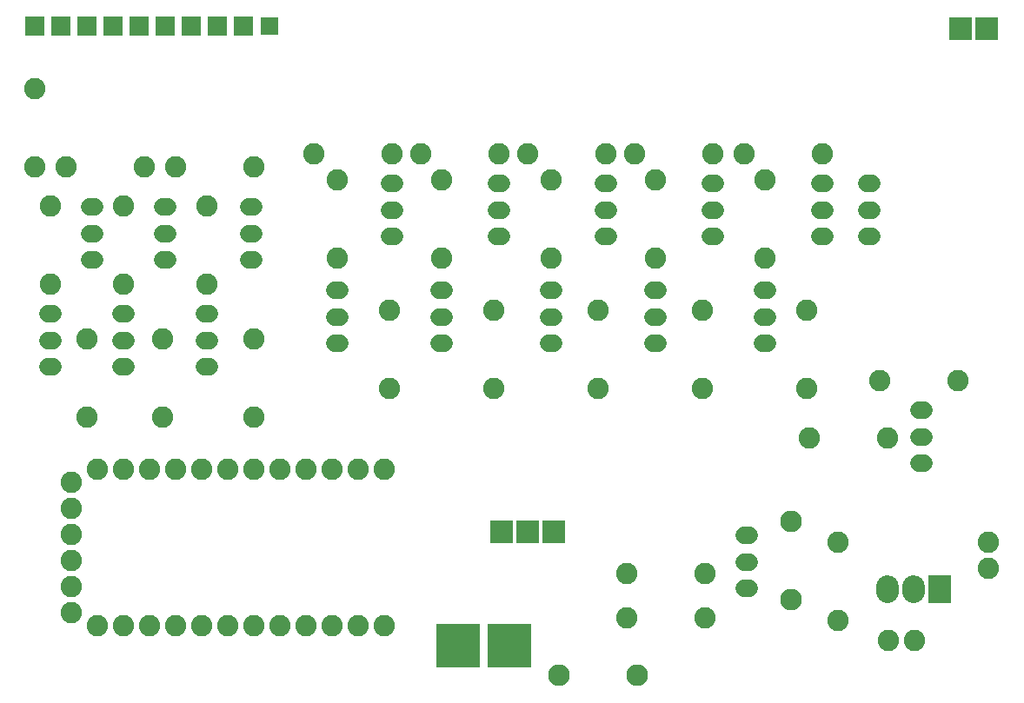
<source format=gbs>
G04 ---------------------------- Layer name :BOTTOM SOLDER LAYER*
G04 easyEDA 0.1*
G04 Scale: 100 percent, Rotated: No, Reflected: No *
G04 Dimensions in inches *
G04 leading zeros omitted , absolute positions ,2 integer and 4 * 
%FSLAX24Y24*%
%MOIN*%
G90*
G70D02*

%ADD11C,0.086740*%
%ADD12C,0.068000*%
%ADD13R,0.165480X0.165480*%
%ADD14C,0.083000*%
%ADD16R,0.086740X0.086740*%
%ADD17R,0.086740X0.106425*%
%ADD18C,0.082000*%
%ADD20R,0.073350X0.073350*%
%ADD21R,0.070000X0.070000*%
%ADD22C,0.082020*%

%LPD*%
G54D11*
G01X33600Y32101D02*
G01X33600Y32298D01*
G01X34600Y32101D02*
G01X34600Y32298D01*
G54D12*
G01X20600Y43669D02*
G01X20800Y43669D01*
G01X20600Y41630D02*
G01X20800Y41630D01*
G01X20600Y42650D02*
G01X20800Y42650D01*
G01X22900Y45730D02*
G01X22700Y45730D01*
G01X22900Y47769D02*
G01X22700Y47769D01*
G01X22900Y46750D02*
G01X22700Y46750D01*
G01X32800Y47769D02*
G01X33000Y47769D01*
G01X32800Y45730D02*
G01X33000Y45730D01*
G01X32800Y46750D02*
G01X33000Y46750D01*
G01X34800Y39069D02*
G01X35000Y39069D01*
G01X34800Y37030D02*
G01X35000Y37030D01*
G01X34800Y38050D02*
G01X35000Y38050D01*
G01X16400Y43669D02*
G01X16600Y43669D01*
G01X16400Y41630D02*
G01X16600Y41630D01*
G01X16400Y42650D02*
G01X16600Y42650D01*
G01X18800Y45730D02*
G01X18600Y45730D01*
G01X18800Y47769D02*
G01X18600Y47769D01*
G01X18800Y46750D02*
G01X18600Y46750D01*
G01X12400Y43669D02*
G01X12600Y43669D01*
G01X12400Y41630D02*
G01X12600Y41630D01*
G01X12400Y42650D02*
G01X12600Y42650D01*
G01X14700Y45730D02*
G01X14500Y45730D01*
G01X14700Y47769D02*
G01X14500Y47769D01*
G01X14700Y46750D02*
G01X14500Y46750D01*
G01X7400Y42769D02*
G01X7600Y42769D01*
G01X7400Y40730D02*
G01X7600Y40730D01*
G01X7400Y41750D02*
G01X7600Y41750D01*
G01X9300Y44830D02*
G01X9100Y44830D01*
G01X9300Y46869D02*
G01X9100Y46869D01*
G01X9300Y45850D02*
G01X9100Y45850D01*
G01X4200Y42769D02*
G01X4400Y42769D01*
G01X4200Y40730D02*
G01X4400Y40730D01*
G01X4200Y41750D02*
G01X4400Y41750D01*
G01X6000Y44830D02*
G01X5800Y44830D01*
G01X6000Y46869D02*
G01X5800Y46869D01*
G01X6000Y45850D02*
G01X5800Y45850D01*
G01X1400Y42769D02*
G01X1600Y42769D01*
G01X1400Y40730D02*
G01X1600Y40730D01*
G01X1400Y41750D02*
G01X1600Y41750D01*
G01X3200Y44830D02*
G01X3000Y44830D01*
G01X3200Y46869D02*
G01X3000Y46869D01*
G01X3200Y45850D02*
G01X3000Y45850D01*
G01X28800Y43669D02*
G01X29000Y43669D01*
G01X28800Y41630D02*
G01X29000Y41630D01*
G01X28800Y42650D02*
G01X29000Y42650D01*
G01X31200Y45730D02*
G01X31000Y45730D01*
G01X31200Y47769D02*
G01X31000Y47769D01*
G01X31200Y46750D02*
G01X31000Y46750D01*
G01X24600Y43669D02*
G01X24800Y43669D01*
G01X24600Y41630D02*
G01X24800Y41630D01*
G01X24600Y42650D02*
G01X24800Y42650D01*
G01X27000Y45730D02*
G01X26800Y45730D01*
G01X27000Y47769D02*
G01X26800Y47769D01*
G01X27000Y46750D02*
G01X26800Y46750D01*
G01X28100Y34269D02*
G01X28300Y34269D01*
G01X28100Y32230D02*
G01X28300Y32230D01*
G01X28100Y33250D02*
G01X28300Y33250D01*
G54D13*
G01X19092Y30040D03*
G01X17119Y30040D03*
G54D14*
G01X21000Y28900D03*
G01X24000Y28900D03*
G54D16*
G01X18800Y34400D03*
G01X19800Y34400D03*
G01X20800Y34400D03*
G54D17*
G01X35600Y32200D03*
G54D18*
G01X22500Y39900D03*
G01X22500Y42900D03*
G01X20700Y44900D03*
G01X20700Y47900D03*
G01X19800Y48900D03*
G01X22800Y48900D03*
G01X36300Y40200D03*
G01X33300Y40200D03*
G01X30600Y38000D03*
G01X33600Y38000D03*
G54D20*
G01X900Y53800D03*
G01X1900Y53800D03*
G01X2900Y53800D03*
G01X3900Y53800D03*
G01X4900Y53800D03*
G01X5900Y53800D03*
G01X6900Y53800D03*
G01X7900Y53800D03*
G01X8900Y53800D03*
G54D21*
G01X9900Y53800D03*
G54D18*
G01X18500Y39900D03*
G01X18500Y42900D03*
G01X16500Y44900D03*
G01X16500Y47900D03*
G01X15700Y48900D03*
G01X18700Y48900D03*
G01X14500Y39900D03*
G01X14500Y42900D03*
G01X12500Y44900D03*
G01X12500Y47900D03*
G01X11600Y48900D03*
G01X14600Y48900D03*
G01X9300Y38800D03*
G01X9300Y41800D03*
G01X7500Y43900D03*
G01X7500Y46900D03*
G01X6300Y48400D03*
G01X9300Y48400D03*
G01X5800Y38800D03*
G01X5800Y41800D03*
G01X4300Y43900D03*
G01X4300Y46900D03*
G01X2100Y48400D03*
G01X5100Y48400D03*
G01X2900Y38800D03*
G01X2900Y41800D03*
G01X1500Y43900D03*
G01X1500Y46900D03*
G01X900Y51400D03*
G01X900Y48400D03*
G01X30500Y39900D03*
G01X30500Y42900D03*
G01X28900Y44900D03*
G01X28900Y47900D03*
G01X28100Y48900D03*
G01X31100Y48900D03*
G01X26500Y39900D03*
G01X26500Y42900D03*
G01X24700Y44900D03*
G01X24700Y47900D03*
G01X23900Y48900D03*
G01X26900Y48900D03*
G01X23600Y32800D03*
G01X26600Y32800D03*
G01X23600Y31100D03*
G01X26600Y31100D03*
G54D16*
G01X37400Y53700D03*
G01X36400Y53700D03*
G54D14*
G01X29900Y34800D03*
G01X29900Y31800D03*
G54D18*
G01X31700Y31000D03*
G01X31700Y34000D03*
G54D22*
G01X34610Y30230D03*
G01X33609Y30230D03*
G01X37469Y34009D03*
G01X37469Y33009D03*
G54D18*
G01X3300Y30800D03*
G01X4300Y30800D03*
G01X5300Y30800D03*
G01X6300Y30800D03*
G01X7300Y30800D03*
G01X8300Y30800D03*
G01X9300Y30800D03*
G01X10300Y30800D03*
G01X11300Y30800D03*
G01X12300Y30800D03*
G01X13300Y30800D03*
G01X14300Y30800D03*
G01X14300Y36800D03*
G01X13300Y36800D03*
G01X12300Y36800D03*
G01X11300Y36800D03*
G01X10300Y36800D03*
G01X9300Y36800D03*
G01X8300Y36800D03*
G01X7300Y36800D03*
G01X6300Y36800D03*
G01X5300Y36800D03*
G01X4300Y36800D03*
G01X3300Y36800D03*
G01X2300Y31300D03*
G01X2300Y32300D03*
G01X2300Y33300D03*
G01X2300Y34300D03*
G01X2300Y35300D03*
G01X2300Y36300D03*

M00*
M02*
</source>
